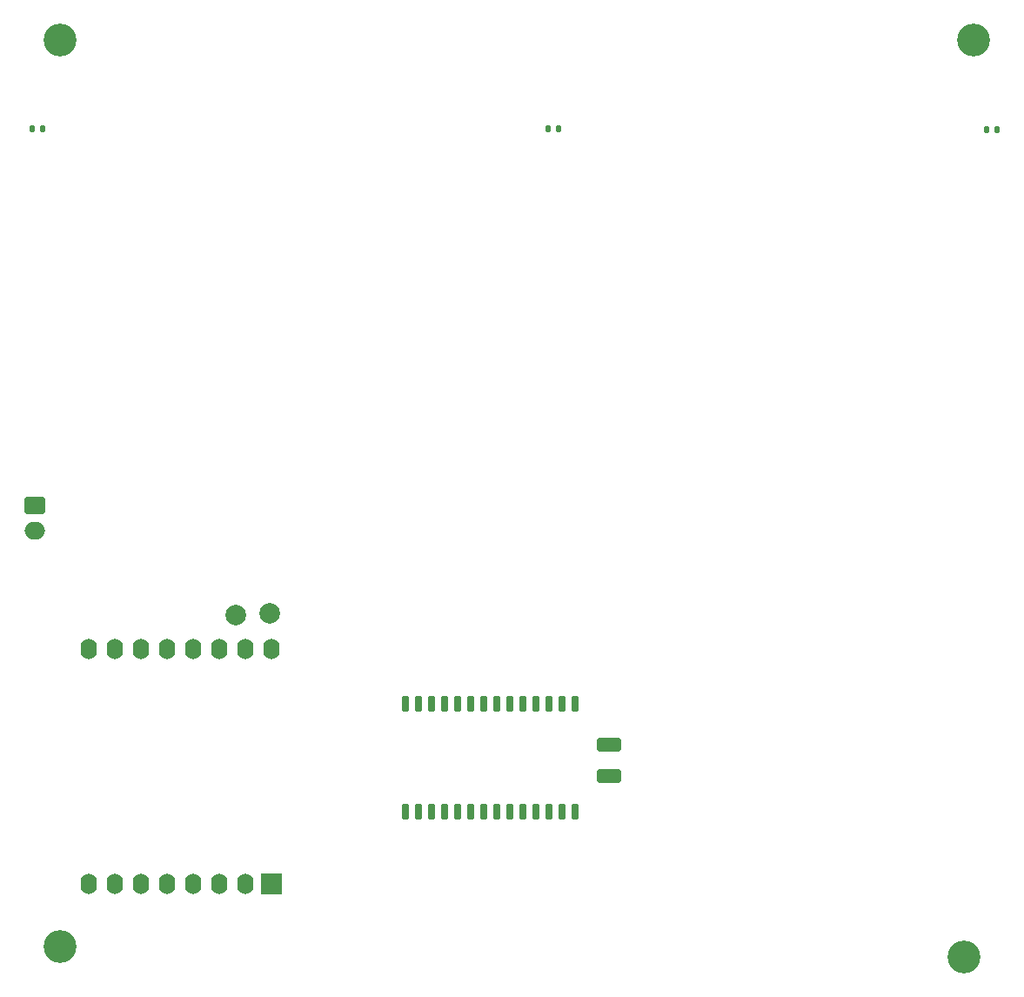
<source format=gbr>
%TF.GenerationSoftware,KiCad,Pcbnew,7.0.10-7.0.10~ubuntu22.04.1*%
%TF.CreationDate,2025-06-15T10:20:51+07:00*%
%TF.ProjectId,servermon,73657276-6572-46d6-9f6e-2e6b69636164,rev?*%
%TF.SameCoordinates,Original*%
%TF.FileFunction,Soldermask,Bot*%
%TF.FilePolarity,Negative*%
%FSLAX46Y46*%
G04 Gerber Fmt 4.6, Leading zero omitted, Abs format (unit mm)*
G04 Created by KiCad (PCBNEW 7.0.10-7.0.10~ubuntu22.04.1) date 2025-06-15 10:20:51*
%MOMM*%
%LPD*%
G01*
G04 APERTURE LIST*
G04 Aperture macros list*
%AMRoundRect*
0 Rectangle with rounded corners*
0 $1 Rounding radius*
0 $2 $3 $4 $5 $6 $7 $8 $9 X,Y pos of 4 corners*
0 Add a 4 corners polygon primitive as box body*
4,1,4,$2,$3,$4,$5,$6,$7,$8,$9,$2,$3,0*
0 Add four circle primitives for the rounded corners*
1,1,$1+$1,$2,$3*
1,1,$1+$1,$4,$5*
1,1,$1+$1,$6,$7*
1,1,$1+$1,$8,$9*
0 Add four rect primitives between the rounded corners*
20,1,$1+$1,$2,$3,$4,$5,0*
20,1,$1+$1,$4,$5,$6,$7,0*
20,1,$1+$1,$6,$7,$8,$9,0*
20,1,$1+$1,$8,$9,$2,$3,0*%
G04 Aperture macros list end*
%ADD10C,3.200000*%
%ADD11R,2.000000X2.000000*%
%ADD12O,1.600000X2.000000*%
%ADD13RoundRect,0.250000X0.925000X-0.412500X0.925000X0.412500X-0.925000X0.412500X-0.925000X-0.412500X0*%
%ADD14RoundRect,0.135000X-0.135000X-0.185000X0.135000X-0.185000X0.135000X0.185000X-0.135000X0.185000X0*%
%ADD15RoundRect,0.135000X0.135000X0.185000X-0.135000X0.185000X-0.135000X-0.185000X0.135000X-0.185000X0*%
%ADD16RoundRect,0.150000X-0.150000X0.650000X-0.150000X-0.650000X0.150000X-0.650000X0.150000X0.650000X0*%
%ADD17C,2.000000*%
%ADD18RoundRect,0.250000X-0.750000X0.600000X-0.750000X-0.600000X0.750000X-0.600000X0.750000X0.600000X0*%
%ADD19O,2.000000X1.700000*%
G04 APERTURE END LIST*
D10*
%TO.C,H1*%
X174244000Y-65989200D03*
%TD*%
%TO.C,H2*%
X85344000Y-154178000D03*
%TD*%
%TO.C,H3*%
X173329600Y-155194000D03*
%TD*%
%TO.C,H4*%
X85344000Y-65989200D03*
%TD*%
D11*
%TO.C,U2*%
X105918000Y-148082000D03*
D12*
X103378000Y-148082000D03*
X100838000Y-148082000D03*
X98298000Y-148082000D03*
X95758000Y-148082000D03*
X93218000Y-148082000D03*
X90678000Y-148082000D03*
X88138000Y-148082000D03*
X88138000Y-125222000D03*
X90678000Y-125222000D03*
X93218000Y-125222000D03*
X95758000Y-125222000D03*
X98298000Y-125222000D03*
X100838000Y-125222000D03*
X103378000Y-125222000D03*
X105918000Y-125222000D03*
%TD*%
D13*
%TO.C,C2*%
X138785600Y-137630700D03*
X138785600Y-134555700D03*
%TD*%
D14*
%TO.C,R3*%
X132840000Y-74625200D03*
X133860000Y-74625200D03*
%TD*%
D15*
%TO.C,R5*%
X83669600Y-74574400D03*
X82649600Y-74574400D03*
%TD*%
D16*
%TO.C,U1*%
X118973600Y-130606800D03*
X120243600Y-130606800D03*
X121513600Y-130606800D03*
X122783600Y-130606800D03*
X124053600Y-130606800D03*
X125323600Y-130606800D03*
X126593600Y-130606800D03*
X127863600Y-130606800D03*
X129133600Y-130606800D03*
X130403600Y-130606800D03*
X131673600Y-130606800D03*
X132943600Y-130606800D03*
X134213600Y-130606800D03*
X135483600Y-130606800D03*
X135483600Y-141056800D03*
X134213600Y-141056800D03*
X132943600Y-141056800D03*
X131673600Y-141056800D03*
X130403600Y-141056800D03*
X129133600Y-141056800D03*
X127863600Y-141056800D03*
X126593600Y-141056800D03*
X125323600Y-141056800D03*
X124053600Y-141056800D03*
X122783600Y-141056800D03*
X121513600Y-141056800D03*
X120243600Y-141056800D03*
X118973600Y-141056800D03*
%TD*%
D14*
%TO.C,R4*%
X175461200Y-74726800D03*
X176481200Y-74726800D03*
%TD*%
D17*
%TO.C,TP2*%
X102412800Y-121970800D03*
%TD*%
D18*
%TO.C,J1*%
X82854800Y-111241200D03*
D19*
X82854800Y-113741200D03*
%TD*%
D17*
%TO.C,TP3*%
X105765600Y-121767600D03*
%TD*%
M02*

</source>
